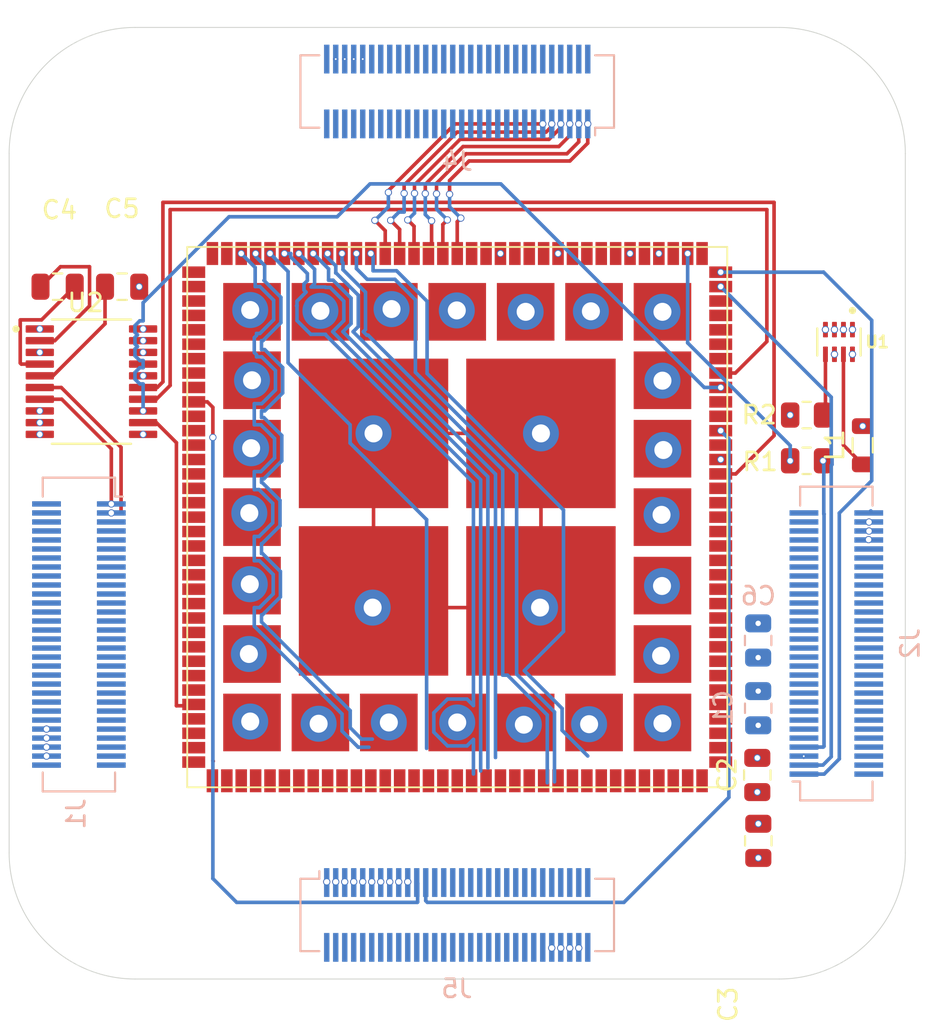
<source format=kicad_pcb>
(kicad_pcb (version 20241229) (generator "pcbnew") (generator_version "9.0")
  (layers (0 "F.Cu" signal) (4 "In1.Cu" signal) (6 "In2.Cu" signal) (8 "In3.Cu" signal) (10 "In4.Cu" signal) (2 "B.Cu" signal) (13 "F.Paste" user) (15 "B.Paste" user) (5 "F.SilkS" user "F.Silkscreen") (7 "B.SilkS" user "B.Silkscreen") (1 "F.Mask" user) (3 "B.Mask" user) (25 "Edge.Cuts" user))
  (net 0 "")
  (net 3 "+5V")
  (net 13 "+3.3V")
  (net 31 "Net-(U2-CAPM)")
  (net 41 "Net-(U2-CAPP)")
  (net 56 "Net-(U2-VNEG)")
  (net 57 "+3.7VBAT")
  (net 112 "/AUDIO_RIGHT")
  (net 113 "/AUDIO_LEFT")
  (net 114 "/USB_N")
  (net 115 "/USB_VBUS_DET")
  (net 116 "/USB_P")
  (net 117 "/SAI_BITCLOCK")
  (net 118 "Net-(MCM93_MOD1-Pad2)")
  (net 119 "/AUDIO_DATA_OUT")
  (net 120 "/AUDIO_FRAME_CLOCK")
  (net 121 "Net-(U1-VSET)")
  (net 122 "Net-(U1-SW)")
  (net 326 "GND")
  (net 327 "/CSI_D1_N")
  (net 328 "/CSI_CLK_N")
  (net 329 "/CSI_CLK_P")
  (net 330 "/CSI_D0_N")
  (net 331 "/CSI_D1_P")
  (net 332 "/CSI_D0_P")
  (net 333 "/I2C3_SCL")
  (net 334 "/DSI_CLK_P")
  (net 335 "/DSI_D3_N")
  (net 336 "/DSI_D2_P")
  (net 337 "/I2C3_SDA")
  (net 338 "/DSI_D0_N")
  (net 339 "/DSI_D3_P")
  (net 340 "/DSI_D1_N")
  (net 341 "/DSI_D1_P")
  (net 342 "/DSI_D2_N")
  (net 343 "/DSI_CLK_N")
  (net 344 "/DSI_D0_P")
  (footprint "MountingHole:MountingHole_2.2mm_M2" (layer "F.Cu") (at 172.72 116.84)
    (property "Reference" "REF**" (hide yes))
    (property "Value" "MountingHole_2.2mm_M2" (hide yes))
  )
  (footprint "Resistor_SMD:R_0805_2012Metric" (layer "F.Cu") (at 171.8075 91.62415)
    (property "Reference" "R1")
    (property "Value" "100Kohm")
  )
  (footprint "TPS62840:SON50P200X150X100-8N" (layer "F.Cu") (at 173.603912 85.026087 -90)
    (property "Reference" "U1")
    (property "Value" "TPS62840DLCR")
  )
  (footprint "LOGO" (layer "F.Cu") (at 165.5 71)
    (property "Reference" "G***" (hide yes))
    (property "Value" "LOGO" (hide yes))
  )
  (footprint "Inductor_SMD:L_0805_2012Metric" (layer "F.Cu") (at 174.92374 90.762079 90)
    (property "Reference" "L1")
    (property "Value" "2.2uH")
  )
  (footprint "MountingHole:MountingHole_2.2mm_M2" (layer "F.Cu") (at 172.72 71.12)
    (property "Reference" "REF**" (hide yes))
    (property "Value" "MountingHole_2.2mm_M2" (hide yes))
  )
  (footprint "PCM5102APWR:SOP65P640X120-20N" (layer "F.Cu") (at 132.08 87.230139)
    (property "Reference" "U2")
    (property "Value" "PCM5102APWR")
  )
  (footprint "MountingHole:MountingHole_2.2mm_M2" (layer "F.Cu") (at 132.08 71.12)
    (property "Reference" "REF**" (hide yes))
    (property "Value" "MountingHole_2.2mm_M2" (hide yes))
  )
  (footprint "Capacitor_SMD:C_0805_2012Metric" (layer "F.Cu") (at 130.200477 81.957219)
    (property "Reference" "C4")
    (property "Value" "2.2uF")
  )
  (footprint "LGA:LGA-140-080-30x30-iMX93" (layer "F.Cu") (at 152.4 94.75244)
    (property "Reference" "MCM93_MOD1" (hide yes))
    (property "Value" "MCM93_MOD" (hide yes))
  )
  (footprint "Capacitor_SMD:C_0805_2012Metric" (layer "F.Cu") (at 169.125 112.725 90)
    (property "Reference" "C3")
    (property "Value" "10uF")
  )
  (footprint "MountingHole:MountingHole_2.2mm_M2" (layer "F.Cu") (at 132.08 116.84)
    (property "Reference" "REF**" (hide yes))
    (property "Value" "MountingHole_2.2mm_M2" (hide yes))
  )
  (footprint "Capacitor_SMD:C_0805_2012Metric" (layer "F.Cu") (at 169.068693 109.068558 90)
    (property "Reference" "C2")
    (property "Value" "4.7uF")
  )
  (footprint "Resistor_SMD:R_0805_2012Metric" (layer "F.Cu") (at 171.8075 89.085009)
    (property "Reference" "R2")
    (property "Value" "267K")
  )
  (footprint "Capacitor_SMD:C_0805_2012Metric" (layer "F.Cu") (at 133.784141 81.957219)
    (property "Reference" "C5")
    (property "Value" "2.2uF")
  )
  (footprint "Capacitor_SMD:C_0805_2012Metric" (layer "B.Cu") (at 169.115906 101.6 90)
    (property "Reference" "C6")
    (property "Value" "22uF")
  )
  (footprint "Connector_Hirose:Hirose_DF12_DF12E3.0-60DP-0.5V_2x30_P0.50mm_Vertical" (layer "B.Cu") (at 152.4 116.84)
    (property "Reference" "J5")
    (property "Value" "Conn_2Rows-59Pins")
  )
  (footprint "Capacitor_SMD:C_0805_2012Metric" (layer "B.Cu") (at 169.118607 105.361699 -90)
    (property "Reference" "C1")
    (property "Value" "22uF")
  )
  (footprint "Connector_Hirose:Hirose_DF12_DF12E3.0-60DP-0.5V_2x30_P0.50mm_Vertical" (layer "B.Cu") (at 152.4 71.12 180)
    (property "Reference" "J4")
    (property "Value" "Conn_2Rows-59Pins")
  )
  (footprint "Connector_Hirose:Hirose_DF12_DF12E3.0-60DP-0.5V_2x30_P0.50mm_Vertical" (layer "B.Cu") (at 173.46 101.77 90)
    (property "Reference" "J2")
    (property "Value" "Conn_2Rows-59Pins")
  )
  (footprint "Connector_Hirose:Hirose_DF12_DF12E3.0-60DP-0.5V_2x30_P0.50mm_Vertical" (layer "B.Cu") (at 131.383729 101.27 -90)
    (property "Reference" "J1")
    (property "Value" "Conn_2Rows-59Pins")
  )
  (gr_arc (start 177.292 113.396) (mid 175.241747 118.345747) (end 170.292 120.396) (stroke (width 0.05)) (layer "Edge.Cuts"))
  (gr_arc (start 170.292 67.564) (mid 175.241747 69.614253) (end 177.292 74.564) (stroke (width 0.05)) (layer "Edge.Cuts"))
  (gr_line (start 177.292 74.564) (end 177.292 113.396) (stroke (width 0.05)) (layer "Edge.Cuts"))
  (gr_line (start 170.292 120.396) (end 134.508 120.396) (stroke (width 0.05)) (layer "Edge.Cuts"))
  (gr_arc (start 134.508 120.396) (mid 129.558253 118.345747) (end 127.508 113.396) (stroke (width 0.05)) (layer "Edge.Cuts"))
  (gr_arc (start 127.508 74.564) (mid 129.558253 69.614253) (end 134.508 67.564) (stroke (width 0.05)) (layer "Edge.Cuts"))
  (gr_line (start 127.508 113.396) (end 127.508 74.564) (stroke (width 0.05)) (layer "Edge.Cuts"))
  (gr_line (start 134.508 67.564) (end 170.292 67.564) (stroke (width 0.05)) (layer "Edge.Cuts"))
  (via blind (at 169.118607 104.411699) (size 0.4) (drill 0.3) (layers "F.Cu" "B.Cu") (net 3))
  (via blind (at 162 80.11544) (size 0.4) (drill 0.3) (layers "F.Cu" "B.Cu") (net 3))
  (via blind (at 154.8 80.11544) (size 0.4) (drill 0.3) (layers "F.Cu" "B.Cu") (net 3))
  (via blind (at 163.6 80.11544) (size 0.4) (drill 0.3) (layers "F.Cu" "B.Cu") (net 3))
  (via blind (at 157.65 118.675) (size 0.4) (drill 0.3) (layers "F.Cu" "B.Cu") (net 3))
  (via blind (at 173.853912 84.341087) (size 0.4) (drill 0.3) (layers "F.Cu" "B.Cu") (net 3))
  (via blind (at 147.15 69.32) (size 0.3) (drill 0.1) (layers "F.Cu" "B.Cu") (net 3))
  (via blind (at 173.353912 84.341087) (size 0.4) (drill 0.3) (layers "F.Cu" "B.Cu") (net 3))
  (via blind (at 129.583729 106.52) (size 0.4) (drill 0.3) (layers "F.Cu" "B.Cu") (net 3))
  (via blind (at 169.068693 110.018558) (size 0.4) (drill 0.3) (layers "F.Cu" "B.Cu") (net 3))
  (via blind (at 175.275 95.525) (size 0.4) (drill 0.3) (layers "F.Cu" "B.Cu") (net 3))
  (via blind (at 158 80.11544) (size 0.4) (drill 0.3) (layers "F.Cu" "B.Cu") (net 3))
  (via blind (at 129.583729 107.02) (size 0.4) (drill 0.3) (layers "F.Cu" "B.Cu") (net 13))
  (via blind (at 129.21 84.305139) (size 0.4) (drill 0.3) (layers "F.Cu" "B.Cu") (net 13))
  (via blind (at 169.125 113.675) (size 0.4) (drill 0.3) (layers "F.Cu" "B.Cu") (net 13))
  (via blind (at 129.21 88.855139) (size 0.4) (drill 0.3) (layers "F.Cu" "B.Cu") (net 13))
  (via blind (at 146.65 69.32) (size 0.3) (drill 0.1) (layers "F.Cu" "B.Cu") (net 13))
  (via blind (at 134.95 84.305139) (size 0.4) (drill 0.3) (layers "F.Cu" "B.Cu") (net 13))
  (via blind (at 174.92374 89.699579) (size 0.4) (drill 0.3) (layers "F.Cu" "B.Cu") (net 13))
  (via blind (at 174.353912 85.711087) (size 0.4) (drill 0.3) (layers "F.Cu" "B.Cu") (net 13))
  (via blind (at 158.15 118.675) (size 0.4) (drill 0.3) (layers "F.Cu" "B.Cu") (net 13))
  (segment (start 128.134861 83.799139) (end 128.124 83.81) (width 0.2) (layer "F.Cu") (net 31))
  (segment (start 131.150477 81.957219) (end 129.308557 83.799139) (width 0.2) (layer "F.Cu") (net 31))
  (segment (start 128.124 83.81) (end 128.124 86.194217) (width 0.2) (layer "F.Cu") (net 31))
  (segment (start 128.124 86.194217) (end 128.184922 86.255139) (width 0.2) (layer "F.Cu") (net 31))
  (segment (start 129.308557 83.799139) (end 128.134861 83.799139) (width 0.2) (layer "F.Cu") (net 31))
  (segment (start 128.184922 86.255139) (end 129.21 86.255139) (width 0.2) (layer "F.Cu") (net 31))
  (segment (start 130.044861 84.955139) (end 129.21 84.955139) (width 0.2) (layer "F.Cu") (net 41))
  (segment (start 131.975 83.025) (end 130.044861 84.955139) (width 0.2) (layer "F.Cu") (net 41))
  (segment (start 131.975 80.85) (end 131.975 83.025) (width 0.2) (layer "F.Cu") (net 41))
  (segment (start 130.357696 80.85) (end 131.975 80.85) (width 0.2) (layer "F.Cu") (net 41))
  (segment (start 129.250477 81.957219) (end 130.357696 80.85) (width 0.2) (layer "F.Cu") (net 41))
  (segment (start 132.834141 84.018076) (end 129.947078 86.905139) (width 0.2) (layer "F.Cu") (net 56))
  (segment (start 129.947078 86.905139) (end 129.21 86.905139) (width 0.2) (layer "F.Cu") (net 56))
  (segment (start 132.834141 81.957219) (end 132.834141 84.018076) (width 0.2) (layer "F.Cu") (net 56))
  (via blind (at 129.583729 107.52) (size 0.4) (drill 0.3) (layers "F.Cu" "B.Cu") (net 57))
  (via blind (at 146.15 69.32) (size 0.3) (drill 0.1) (layers "F.Cu" "B.Cu") (net 57))
  (via blind (at 175.25 96) (size 0.4) (drill 0.3) (layers "F.Cu" "B.Cu") (net 57))
  (via blind (at 158.65 118.675) (size 0.4) (drill 0.3) (layers "F.Cu" "B.Cu") (net 57))
  (via blind (at 169.115906 102.55) (size 0.4) (drill 0.3) (layers "F.Cu" "B.Cu") (net 57))
  (segment (start 133.183729 90.958729) (end 130.430139 88.205139) (width 0.2) (layer "F.Cu") (net 112))
  (segment (start 133.183729 94.02) (end 133.183729 90.958729) (width 0.2) (layer "F.Cu") (net 112))
  (segment (start 130.430139 88.205139) (end 129.21 88.205139) (width 0.2) (layer "F.Cu") (net 112))
  (via (at 133.183729 94.02) (size 0.4) (drill 0.3) (layers "F.Cu" "B.Cu") (net 112))
  (segment (start 133.716271 94.52) (end 133.725 94.511271) (width 0.2) (layer "F.Cu") (net 113))
  (segment (start 133.725 90.875) (end 130.405139 87.555139) (width 0.2) (layer "F.Cu") (net 113))
  (segment (start 130.405139 87.555139) (end 129.21 87.555139) (width 0.2) (layer "F.Cu") (net 113))
  (segment (start 133.183729 94.52) (end 133.716271 94.52) (width 0.2) (layer "F.Cu") (net 113))
  (segment (start 133.725 94.511271) (end 133.725 90.875) (width 0.2) (layer "F.Cu") (net 113))
  (via (at 133.183729 94.52) (size 0.4) (drill 0.3) (layers "F.Cu" "B.Cu") (net 113))
  (via (at 167.037 81.15244) (size 0.4) (drill 0.3) (layers "F.Cu" "B.Cu") (net 114))
  (segment (start 172.74756 81.15244) (end 172.75 81.15) (width 0.2) (layer "B.Cu") (net 114))
  (segment (start 167.037 81.15244) (end 172.74756 81.15244) (width 0.2) (layer "B.Cu") (net 114))
  (segment (start 175.42474 92.72526) (end 173.625 94.525) (width 0.2) (layer "B.Cu") (net 114))
  (segment (start 173.625 94.525) (end 173.625 108.1741) (width 0.2) (layer "B.Cu") (net 114))
  (segment (start 172.7791 109.02) (end 171.66 109.02) (width 0.2) (layer "B.Cu") (net 114))
  (segment (start 175.26 94.52) (end 175.375 94.405) (width 0.2) (layer "B.Cu") (net 114))
  (segment (start 175.42474 83.82474) (end 175.42474 92.72526) (width 0.2) (layer "B.Cu") (net 114))
  (segment (start 173.625 108.1741) (end 172.7791 109.02) (width 0.2) (layer "B.Cu") (net 114))
  (segment (start 172.75 81.15) (end 175.42474 83.82474) (width 0.2) (layer "B.Cu") (net 114))
  (via (at 172.72 91.62415) (size 0.4) (drill 0.3) (layers "F.Cu" "B.Cu") (net 115))
  (segment (start 172.73 107.52) (end 171.66 107.52) (width 0.2) (layer "B.Cu") (net 115))
  (segment (start 172.761 94.573) (end 172.761 91.66515) (width 0.2) (layer "B.Cu") (net 115))
  (segment (start 172.775 94.575) (end 172.775 107.475) (width 0.2) (layer "B.Cu") (net 115))
  (segment (start 172.761 91.66515) (end 172.72 91.62415) (width 0.2) (layer "B.Cu") (net 115))
  (segment (start 172.773 94.573) (end 172.775 94.575) (width 0.2) (layer "B.Cu") (net 115))
  (segment (start 172.761 94.573) (end 172.773 94.573) (width 0.2) (layer "B.Cu") (net 115))
  (segment (start 172.775 107.475) (end 172.73 107.52) (width 0.2) (layer "B.Cu") (net 115))
  (via (at 167.037 81.95244) (size 0.4) (drill 0.3) (layers "F.Cu" "B.Cu") (net 116))
  (segment (start 173.175 91.877671) (end 173.175 108.057) (width 0.2) (layer "B.Cu") (net 116))
  (segment (start 173.175 108.057) (end 172.712 108.52) (width 0.2) (layer "B.Cu") (net 116))
  (segment (start 173.175 88.09044) (end 173.175 91.370629) (width 0.2) (layer "B.Cu") (net 116))
  (segment (start 173.221 91.416629) (end 173.221 91.831671) (width 0.2) (layer "B.Cu") (net 116))
  (segment (start 172.712 108.52) (end 171.66 108.52) (width 0.2) (layer "B.Cu") (net 116))
  (segment (start 173.175 91.370629) (end 173.221 91.416629) (width 0.2) (layer "B.Cu") (net 116))
  (segment (start 167.037 81.95244) (end 173.175 88.09044) (width 0.2) (layer "B.Cu") (net 116))
  (segment (start 173.221 91.831671) (end 173.175 91.877671) (width 0.2) (layer "B.Cu") (net 116))
  (via (at 167.037 87.55244) (size 0.4) (drill 0.3) (layers "F.Cu" "B.Cu") (net 117))
  (via (at 134.95 88.855139) (size 0.4) (drill 0.3) (layers "F.Cu" "B.Cu") (net 117))
  (segment (start 167.037 87.55244) (end 166.12256 87.55244) (width 0.2) (layer "B.Cu") (net 117))
  (segment (start 134.95 86.454139) (end 134.763189 86.454139) (width 0.2) (layer "B.Cu") (net 117))
  (segment (start 134.763189 83.854139) (end 134.499 84.118328) (width 0.2) (layer "B.Cu") (net 117))
  (segment (start 147.555139 76.25) (end 145.730139 78.075) (width 0.2) (layer "B.Cu") (net 117))
  (segment (start 134.499 86.718328) (end 134.499 87.09195) (width 0.2) (layer "B.Cu") (net 117))
  (segment (start 154.82012 76.25) (end 147.555139 76.25) (width 0.2) (layer "B.Cu") (net 117))
  (segment (start 145.730139 78.075) (end 139.725 78.075) (width 0.2) (layer "B.Cu") (net 117))
  (segment (start 134.499 84.49195) (end 134.637189 84.630139) (width 0.2) (layer "B.Cu") (net 117))
  (segment (start 134.499 84.118328) (end 134.499 84.49195) (width 0.2) (layer "B.Cu") (net 117))
  (segment (start 134.499 85.418328) (end 134.499 85.79195) (width 0.2) (layer "B.Cu") (net 117))
  (segment (start 134.637189 84.630139) (end 134.499 84.768328) (width 0.2) (layer "B.Cu") (net 117))
  (segment (start 134.763189 86.056139) (end 134.95 86.056139) (width 0.2) (layer "B.Cu") (net 117))
  (segment (start 134.499 87.09195) (end 134.763189 87.356139) (width 0.2) (layer "B.Cu") (net 117))
  (segment (start 134.763189 86.454139) (end 134.499 86.718328) (width 0.2) (layer "B.Cu") (net 117))
  (segment (start 134.499 84.768328) (end 134.499 85.14195) (width 0.2) (layer "B.Cu") (net 117))
  (segment (start 134.95 87.356139) (end 134.95 88.855139) (width 0.2) (layer "B.Cu") (net 117))
  (segment (start 134.763189 87.356139) (end 134.95 87.356139) (width 0.2) (layer "B.Cu") (net 117))
  (segment (start 139.725 78.075) (end 134.95 82.85) (width 0.2) (layer "B.Cu") (net 117))
  (segment (start 134.637189 85.280139) (end 134.499 85.418328) (width 0.2) (layer "B.Cu") (net 117))
  (segment (start 134.499 85.14195) (end 134.637189 85.280139) (width 0.2) (layer "B.Cu") (net 117))
  (segment (start 134.95 83.854139) (end 134.763189 83.854139) (width 0.2) (layer "B.Cu") (net 117))
  (segment (start 134.95 86.056139) (end 134.95 86.454139) (width 0.2) (layer "B.Cu") (net 117))
  (segment (start 134.499 85.79195) (end 134.763189 86.056139) (width 0.2) (layer "B.Cu") (net 117))
  (segment (start 166.12256 87.55244) (end 154.82012 76.25) (width 0.2) (layer "B.Cu") (net 117))
  (segment (start 134.95 82.85) (end 134.95 83.854139) (width 0.2) (layer "B.Cu") (net 117))
  (via (at 165.2 80.11544) (size 0.4) (drill 0.3) (layers "F.Cu" "B.Cu") (net 118))
  (via (at 170.895 91.62415) (size 0.4) (drill 0.3) (layers "F.Cu" "B.Cu") (net 118))
  (segment (start 170.895 90.772629) (end 165.2 85.077629) (width 0.2) (layer "B.Cu") (net 118))
  (segment (start 165.2 85.077629) (end 165.2 80.11544) (width 0.2) (layer "B.Cu") (net 118))
  (segment (start 170.895 91.62415) (end 170.895 90.772629) (width 0.2) (layer "B.Cu") (net 118))
  (segment (start 136.8 90.618061) (end 136.8 105.225) (width 0.2) (layer "F.Cu") (net 119))
  (segment (start 167.84756 86.75244) (end 167.037 86.75244) (width 0.2) (layer "F.Cu") (net 119))
  (segment (start 136.451 87.441217) (end 136.451 77.676) (width 0.2) (layer "F.Cu") (net 119))
  (segment (start 169.599 85.001) (end 167.84756 86.75244) (width 0.2) (layer "F.Cu") (net 119))
  (segment (start 136.8 105.225) (end 137.68944 105.225) (width 0.2) (layer "F.Cu") (net 119))
  (segment (start 135.687078 89.505139) (end 136.8 90.618061) (width 0.2) (layer "F.Cu") (net 119))
  (segment (start 136.451 77.676) (end 169.599 77.676) (width 0.2) (layer "F.Cu") (net 119))
  (segment (start 135.687078 88.205139) (end 136.451 87.441217) (width 0.2) (layer "F.Cu") (net 119))
  (segment (start 134.95 89.505139) (end 135.687078 89.505139) (width 0.2) (layer "F.Cu") (net 119))
  (segment (start 137.68944 105.225) (end 137.762 105.15244) (width 0.2) (layer "F.Cu") (net 119))
  (segment (start 169.599 77.676) (end 169.599 85.001) (width 0.2) (layer "F.Cu") (net 119))
  (segment (start 134.95 88.205139) (end 135.687078 88.205139) (width 0.2) (layer "F.Cu") (net 119))
  (segment (start 170 77.275) (end 170 90.22694) (width 0.2) (layer "F.Cu") (net 120))
  (segment (start 135.734999 87.555139) (end 136.05 87.240138) (width 0.2) (layer "F.Cu") (net 120))
  (segment (start 170 90.22694) (end 167.8745 92.35244) (width 0.2) (layer "F.Cu") (net 120))
  (segment (start 136.05 87.240138) (end 136.05 77.275) (width 0.2) (layer "F.Cu") (net 120))
  (segment (start 136.05 77.275) (end 170 77.275) (width 0.2) (layer "F.Cu") (net 120))
  (segment (start 167.8745 92.35244) (end 167.037 92.35244) (width 0.2) (layer "F.Cu") (net 120))
  (segment (start 134.95 87.555139) (end 135.734999 87.555139) (width 0.2) (layer "F.Cu") (net 120))
  (segment (start 172.853912 85.711087) (end 172.853912 88.951097) (width 0.2) (layer "F.Cu") (net 121))
  (segment (start 172.853912 88.951097) (end 172.72 89.085009) (width 0.2) (layer "F.Cu") (net 121))
  (segment (start 174.92374 91.824579) (end 173.853912 90.754751) (width 0.2) (layer "F.Cu") (net 122))
  (segment (start 173.853912 90.754751) (end 173.853912 85.711087) (width 0.2) (layer "F.Cu") (net 122))
  (segment (start 157.05 90.10244) (end 157.05 99.725) (width 0.2) (layer "F.Cu") (net 326))
  (segment (start 140.825 106.025) (end 140.9 106.1) (width 0.2) (layer "F.Cu") (net 326))
  (segment (start 147.75 99.725) (end 147.75 90.10244) (width 0.2) (layer "F.Cu") (net 326))
  (segment (start 163.8 98.6) (end 163.775 98.575) (width 0.2) (layer "F.Cu") (net 326))
  (segment (start 163.8 102.525) (end 163.725 102.45) (width 0.2) (layer "F.Cu") (net 326))
  (segment (start 148.825 83.275) (end 148.75 83.2) (width 0.2) (layer "F.Cu") (net 326))
  (segment (start 141 94.375) (end 140.85 94.525) (width 0.2) (layer "F.Cu") (net 326))
  (segment (start 147.7 99.775) (end 147.75 99.725) (width 0.2) (layer "F.Cu") (net 326))
  (segment (start 157 99.775) (end 147.7 99.775) (width 0.2) (layer "F.Cu") (net 326))
  (segment (start 152.45244 83.35244) (end 152.375 83.275) (width 0.2) (layer "F.Cu") (net 326))
  (segment (start 163.8 91.075) (end 163.85 91.025) (width 0.2) (layer "F.Cu") (net 326))
  (segment (start 141 98.35) (end 140.875 98.475) (width 0.2) (layer "F.Cu") (net 326))
  (segment (start 141 90.875) (end 140.95 90.925) (width 0.2) (layer "F.Cu") (net 326))
  (segment (start 159.825 83.325) (end 159.79756 83.35244) (width 0.2) (layer "F.Cu") (net 326))
  (segment (start 144.8 87.15244) (end 147.75 90.10244) (width 0.2) (layer "F.Cu") (net 326))
  (segment (start 157.05 99.725) (end 157 99.775) (width 0.2) (layer "F.Cu") (net 326))
  (segment (start 159.62988 106.15244) (end 159.725 106.24756) (width 0.2) (layer "F.Cu") (net 326))
  (segment (start 147.75 90.10244) (end 157.05 90.10244) (width 0.2) (layer "F.Cu") (net 326))
  (segment (start 141 102.175) (end 140.825 102.35) (width 0.2) (layer "F.Cu") (net 326))
  (segment (start 140.9 83.25244) (end 141 83.35244) (width 0.2) (layer "F.Cu") (net 326))
  (via blind (at 173.353912 85.711087) (size 0.4) (drill 0.3) (layers "F.Cu" "B.Cu") (net 326))
  (via blind (at 140.95 90.925) (size 2) (drill 1) (layers "F.Cu" "B.Cu") (net 326))
  (via blind (at 140.9 106.1) (size 2) (drill 1) (layers "F.Cu" "B.Cu") (net 326))
  (via blind (at 129.583729 108.02) (size 0.4) (drill 0.3) (layers "F.Cu" "B.Cu") (net 326))
  (via blind (at 163.75 94.625) (size 2) (drill 1) (layers "F.Cu" "B.Cu") (net 326))
  (via blind (at 152.4 106.15244) (size 2) (drill 1) (layers "F.Cu" "B.Cu") (net 326))
  (via blind (at 174.353912 84.341087) (size 0.4) (drill 0.3) (layers "F.Cu" "B.Cu") (net 326))
  (via blind (at 148.75 83.2) (size 2) (drill 1) (layers "F.Cu" "B.Cu") (net 326))
  (via blind (at 169.118607 106.311699) (size 0.4) (drill 0.3) (layers "F.Cu" "B.Cu") (net 326))
  (via blind (at 167.037 91.55244) (size 0.4) (drill 0.3) (layers "F.Cu" "B.Cu") (net 326))
  (via blind (at 169.115906 100.65) (size 0.4) (drill 0.3) (layers "F.Cu" "B.Cu") (net 326))
  (via blind (at 134.734141 81.957219) (size 0.4) (drill 0.3) (layers "F.Cu" "B.Cu") (net 326))
  (via blind (at 134.95 85.605139) (size 0.4) (drill 0.3) (layers "F.Cu" "B.Cu") (net 326))
  (via blind (at 157 99.775) (size 2) (drill 1) (layers "F.Cu" "B.Cu") (net 326))
  (via blind (at 159.725 106.24756) (size 2) (drill 1) (layers "F.Cu" "B.Cu") (net 326))
  (via blind (at 169.125 111.775) (size 0.4) (drill 0.3) (layers "F.Cu" "B.Cu") (net 326))
  (via blind (at 134.95 84.955139) (size 0.4) (drill 0.3) (layers "F.Cu" "B.Cu") (net 326))
  (via blind (at 140.875 98.475) (size 2) (drill 1) (layers "F.Cu" "B.Cu") (net 326))
  (via blind (at 163.725 102.45) (size 2) (drill 1) (layers "F.Cu" "B.Cu") (net 326))
  (via blind (at 129.21 85.605139) (size 0.4) (drill 0.3) (layers "F.Cu" "B.Cu") (net 326))
  (via blind (at 159.825 83.325) (size 2) (drill 1) (layers "F.Cu" "B.Cu") (net 326))
  (via blind (at 134.95 86.905139) (size 0.4) (drill 0.3) (layers "F.Cu" "B.Cu") (net 326))
  (via blind (at 140.85 94.525) (size 2) (drill 1) (layers "F.Cu" "B.Cu") (net 326))
  (via blind (at 144.7 106.22256) (size 2) (drill 1) (layers "F.Cu" "B.Cu") (net 326))
  (via blind (at 163.8 106.2) (size 2) (drill 1) (layers "F.Cu" "B.Cu") (net 326))
  (via blind (at 129.21 89.505139) (size 0.4) (drill 0.3) (layers "F.Cu" "B.Cu") (net 326))
  (via blind (at 140.825 102.35) (size 2) (drill 1) (layers "F.Cu" "B.Cu") (net 326))
  (via blind (at 152.375 83.275) (size 2) (drill 1) (layers "F.Cu" "B.Cu") (net 326))
  (via blind (at 141 87.15244) (size 2) (drill 1) (layers "F.Cu" "B.Cu") (net 326))
  (via blind (at 156.1 106.275) (size 2) (drill 1) (layers "F.Cu" "B.Cu") (net 326))
  (via blind (at 147.75 90.10244) (size 2) (drill 1) (layers "F.Cu" "B.Cu") (net 326))
  (via blind (at 145.65 69.32) (size 0.3) (drill 0.1) (layers "F.Cu" "B.Cu") (net 326))
  (via blind (at 159.15 118.675) (size 0.4) (drill 0.3) (layers "F.Cu" "B.Cu") (net 326))
  (via blind (at 163.775 98.575) (size 2) (drill 1) (layers "F.Cu" "B.Cu") (net 326))
  (via blind (at 163.8 87.175) (size 2) (drill 1) (layers "F.Cu" "B.Cu") (net 326))
  (via blind (at 163.8 83.35244) (size 2) (drill 1) (layers "F.Cu" "B.Cu") (net 326))
  (via blind (at 148.6 106.15244) (size 2) (drill 1) (layers "F.Cu" "B.Cu") (net 326))
  (via blind (at 169.068693 108.118558) (size 0.4) (drill 0.3) (layers "F.Cu" "B.Cu") (net 326))
  (via blind (at 156.2 83.35244) (size 2) (drill 1) (layers "F.Cu" "B.Cu") (net 326))
  (via blind (at 144.8 83.3) (size 2) (drill 1) (layers "F.Cu" "B.Cu") (net 326))
  (via blind (at 163.85 91.025) (size 2) (drill 1) (layers "F.Cu" "B.Cu") (net 326))
  (via blind (at 129.21 90.155139) (size 0.4) (drill 0.3) (layers "F.Cu" "B.Cu") (net 326))
  (via blind (at 140.9 83.25244) (size 2) (drill 1) (layers "F.Cu" "B.Cu") (net 326))
  (via blind (at 134.95 90.155139) (size 0.4) (drill 0.3) (layers "F.Cu" "B.Cu") (net 326))
  (via blind (at 175.275 95.025) (size 0.4) (drill 0.3) (layers "F.Cu" "B.Cu") (net 326))
  (via blind (at 147.7 99.775) (size 2) (drill 1) (layers "F.Cu" "B.Cu") (net 326))
  (via blind (at 172.853912 84.341087) (size 0.4) (drill 0.3) (layers "F.Cu" "B.Cu") (net 326))
  (via blind (at 170.895 89.085009) (size 0.4) (drill 0.3) (layers "F.Cu" "B.Cu") (net 326))
  (via blind (at 171.65 108.025) (size 0.3) (drill 0.1) (layers "F.Cu" "B.Cu") (net 326))
  (via blind (at 157.05 90.10244) (size 2) (drill 1) (layers "F.Cu" "B.Cu") (net 326))
  (segment (start 175.211 95.069) (end 175.26 95.02) (width 0.2) (layer "B.Cu") (net 326))
  (segment (start 149.2 78.775) (end 149.2 80.11544) (width 0.2) (layer "F.Cu") (net 327))
  (segment (start 157.65 72.92) (end 157.65 73.057811) (width 0.2) (layer "F.Cu") (net 327))
  (segment (start 157.65 73.057811) (end 157.332811 73.375) (width 0.2) (layer "F.Cu") (net 327))
  (segment (start 152.3921 73.375) (end 149.45 76.3171) (width 0.2) (layer "F.Cu") (net 327))
  (segment (start 157.332811 73.375) (end 152.3921 73.375) (width 0.2) (layer "F.Cu") (net 327))
  (segment (start 149.45 76.3171) (end 149.45 76.775) (width 0.2) (layer "F.Cu") (net 327))
  (segment (start 148.7 78.275) (end 149.2 78.775) (width 0.2) (layer "F.Cu") (net 327))
  (via (at 148.7 78.275) (size 0.4) (drill 0.3) (layers "F.Cu" "B.Cu") (net 327))
  (via (at 157.65 72.92) (size 0.4) (drill 0.3) (layers "F.Cu" "B.Cu") (net 327))
  (via (at 149.45 76.775) (size 0.4) (drill 0.3) (layers "F.Cu" "B.Cu") (net 327))
  (segment (start 149.45 77.812189) (end 149.162811 77.812189) (width 0.2) (layer "B.Cu") (net 327))
  (segment (start 149.45 76.775) (end 149.5 76.825) (width 0.2) (layer "B.Cu") (net 327))
  (segment (start 149.45 76.775) (end 149.45 77.812189) (width 0.2) (layer "B.Cu") (net 327))
  (segment (start 149.162811 77.812189) (end 148.7 78.275) (width 0.2) (layer "B.Cu") (net 327))
  (segment (start 151.975 76.0605) (end 151.975 76.825) (width 0.2) (layer "F.Cu") (net 328))
  (segment (start 153.0565 74.979) (end 151.975 76.0605) (width 0.2) (layer "F.Cu") (net 328))
  (segment (start 159.65 72.92) (end 159.65 73.9871) (width 0.2) (layer "F.Cu") (net 328))
  (segment (start 152.4 78.35) (end 152.4 80.11544) (width 0.2) (layer "F.Cu") (net 328))
  (segment (start 159.65 73.9871) (end 158.6581 74.979) (width 0.2) (layer "F.Cu") (net 328))
  (segment (start 152.6 78.15) (end 152.4 78.35) (width 0.2) (layer "F.Cu") (net 328))
  (segment (start 158.6581 74.979) (end 153.0565 74.979) (width 0.2) (layer "F.Cu") (net 328))
  (via (at 152.6 78.15) (size 0.4) (drill 0.3) (layers "F.Cu" "B.Cu") (net 328))
  (via (at 159.65 72.92) (size 0.4) (drill 0.3) (layers "F.Cu" "B.Cu") (net 328))
  (via (at 151.975 76.825) (size 0.4) (drill 0.3) (layers "F.Cu" "B.Cu") (net 328))
  (segment (start 151.975 76.825) (end 151.975 77.525) (width 0.2) (layer "B.Cu") (net 328))
  (segment (start 151.975 77.525) (end 152.6 78.15) (width 0.2) (layer "B.Cu") (net 328))
  (segment (start 151.6 78.5) (end 151.6 80.11544) (width 0.2) (layer "F.Cu") (net 329))
  (segment (start 159.15 73.92) (end 158.492 74.578) (width 0.2) (layer "F.Cu") (net 329))
  (segment (start 158.492 74.578) (end 152.8904 74.578) (width 0.2) (layer "F.Cu") (net 329))
  (segment (start 159.15 72.92) (end 159.15 73.92) (width 0.2) (layer "F.Cu") (net 329))
  (segment (start 152.8904 74.578) (end 151.25 76.2184) (width 0.2) (layer "F.Cu") (net 329))
  (segment (start 151.25 76.2184) (end 151.25 76.8) (width 0.2) (layer "F.Cu") (net 329))
  (segment (start 151.85 78.25) (end 151.6 78.5) (width 0.2) (layer "F.Cu") (net 329))
  (via (at 159.15 72.92) (size 0.4) (drill 0.3) (layers "F.Cu" "B.Cu") (net 329))
  (via (at 151.25 76.8) (size 0.4) (drill 0.3) (layers "F.Cu" "B.Cu") (net 329))
  (via (at 151.85 78.25) (size 0.4) (drill 0.3) (layers "F.Cu" "B.Cu") (net 329))
  (segment (start 151.25 76.8) (end 151.25 77.65) (width 0.2) (layer "B.Cu") (net 329))
  (segment (start 151.25 77.65) (end 151.85 78.25) (width 0.2) (layer "B.Cu") (net 329))
  (segment (start 150.975 78.3) (end 150.975 79.94044) (width 0.2) (layer "F.Cu") (net 330))
  (segment (start 150.625 76.2763) (end 150.625 76.78815) (width 0.2) (layer "F.Cu") (net 330))
  (segment (start 150.975 79.94044) (end 150.8 80.11544) (width 0.2) (layer "F.Cu") (net 330))
  (segment (start 158.65 72.92) (end 158.65 73.57) (width 0.2) (layer "F.Cu") (net 330))
  (segment (start 158.043 74.177) (end 152.7243 74.177) (width 0.2) (layer "F.Cu") (net 330))
  (segment (start 158.65 73.57) (end 158.043 74.177) (width 0.2) (layer "F.Cu") (net 330))
  (segment (start 152.7243 74.177) (end 150.625 76.2763) (width 0.2) (layer "F.Cu") (net 330))
  (via (at 150.975 78.3) (size 0.4) (drill 0.3) (layers "F.Cu" "B.Cu") (net 330))
  (via (at 158.65 72.92) (size 0.4) (drill 0.3) (layers "F.Cu" "B.Cu") (net 330))
  (via (at 150.625 76.78815) (size 0.4) (drill 0.3) (layers "F.Cu" "B.Cu") (net 330))
  (segment (start 150.625 76.78815) (end 150.625 77.95) (width 0.2) (layer "B.Cu") (net 330))
  (segment (start 150.625 77.95) (end 150.975 78.3) (width 0.2) (layer "B.Cu") (net 330))
  (segment (start 152.28 72.92) (end 148.575 76.625) (width 0.2) (layer "F.Cu") (net 331))
  (segment (start 148.4 78.85) (end 148.4 80.11544) (width 0.2) (layer "F.Cu") (net 331))
  (segment (start 157.15 72.92) (end 152.28 72.92) (width 0.2) (layer "F.Cu") (net 331))
  (segment (start 148.575 76.625) (end 148.575 76.725) (width 0.2) (layer "F.Cu") (net 331))
  (segment (start 147.825 78.275) (end 148.4 78.85) (width 0.2) (layer "F.Cu") (net 331))
  (via (at 148.575 76.725) (size 0.4) (drill 0.3) (layers "F.Cu" "B.Cu") (net 331))
  (via (at 147.825 78.275) (size 0.4) (drill 0.3) (layers "F.Cu" "B.Cu") (net 331))
  (via (at 157.15 72.92) (size 0.4) (drill 0.3) (layers "F.Cu" "B.Cu") (net 331))
  (segment (start 148.575 77.525) (end 147.825 78.275) (width 0.2) (layer "B.Cu") (net 331))
  (segment (start 148.575 77.425) (end 148.575 77.525) (width 0.2) (layer "B.Cu") (net 331))
  (segment (start 148.575 76.725) (end 148.575 77.425) (width 0.2) (layer "B.Cu") (net 331))
  (segment (start 150 78.6) (end 150 80.11544) (width 0.2) (layer "F.Cu") (net 332))
  (segment (start 152.5582 73.776) (end 157.498911 73.776) (width 0.2) (layer "F.Cu") (net 332))
  (segment (start 158.15 73.124911) (end 158.15 72.92) (width 0.2) (layer "F.Cu") (net 332))
  (segment (start 150.025 76.775) (end 150.025 76.3092) (width 0.2) (layer "F.Cu") (net 332))
  (segment (start 149.65 78.25) (end 150 78.6) (width 0.2) (layer "F.Cu") (net 332))
  (segment (start 150.025 76.3092) (end 152.5582 73.776) (width 0.2) (layer "F.Cu") (net 332))
  (segment (start 157.498911 73.776) (end 158.15 73.124911) (width 0.2) (layer "F.Cu") (net 332))
  (via (at 150.025 76.775) (size 0.4) (drill 0.3) (layers "F.Cu" "B.Cu") (net 332))
  (via (at 158.15 72.92) (size 0.4) (drill 0.3) (layers "F.Cu" "B.Cu") (net 332))
  (via (at 149.65 78.25) (size 0.4) (drill 0.3) (layers "F.Cu" "B.Cu") (net 332))
  (segment (start 150.025 77.875) (end 149.65 78.25) (width 0.2) (layer "B.Cu") (net 332))
  (segment (start 150.025 76.775) (end 150.025 77.875) (width 0.2) (layer "B.Cu") (net 332))
  (segment (start 138.825 88.65594) (end 138.825 90.25) (width 0.2) (layer "F.Cu") (net 333))
  (segment (start 138.825 90.25) (end 138.825 90.325) (width 0.2) (layer "F.Cu") (net 333))
  (segment (start 138.5215 88.35244) (end 138.825 88.65594) (width 0.2) (layer "F.Cu") (net 333))
  (segment (start 138.825 108.275) (end 138.85 108.3) (width 0.2) (layer "F.Cu") (net 333))
  (segment (start 137.762 88.35244) (end 138.5215 88.35244) (width 0.2) (layer "F.Cu") (net 333))
  (via (at 138.825 90.325) (size 0.4) (drill 0.3) (layers "F.Cu" "B.Cu") (net 333))
  (segment (start 150.184 116.141) (end 150.199 116.126) (width 0.2) (layer "B.Cu") (net 333))
  (segment (start 138.825 114.82) (end 140.146 116.141) (width 0.2) (layer "B.Cu") (net 333))
  (segment (start 150.199 116.126) (end 150.199 115.089) (width 0.2) (layer "B.Cu") (net 333))
  (segment (start 138.825 90.325) (end 138.825 114.82) (width 0.2) (layer "B.Cu") (net 333))
  (segment (start 150.199 115.089) (end 150.15 115.04) (width 0.2) (layer "B.Cu") (net 333))
  (segment (start 140.146 116.141) (end 150.184 116.141) (width 0.2) (layer "B.Cu") (net 333))
  (via (at 146.8 80.11544) (size 0.4) (drill 0.3) (layers "F.Cu" "B.Cu") (net 334))
  (via (at 145.65 115) (size 0.4) (drill 0.3) (layers "F.Cu" "B.Cu") (net 334))
  (segment (start 157.802 105.570008) (end 157.802 109.45) (width 0.2) (layer "B.Cu") (net 334))
  (segment (start 150.075 82.685108) (end 150.075 86.7079) (width 0.2) (layer "B.Cu") (net 334))
  (segment (start 146.8 80.95) (end 147.4 81.55) (width 0.2) (layer "B.Cu") (net 334))
  (segment (start 150.075 86.7079) (end 155.699 92.3319) (width 0.2) (layer "B.Cu") (net 334))
  (segment (start 148.939892 81.55) (end 150.075 82.685108) (width 0.2) (layer "B.Cu") (net 334))
  (segment (start 155.699 103.467008) (end 157.802 105.570008) (width 0.2) (layer "B.Cu") (net 334))
  (segment (start 147.4 81.55) (end 148.939892 81.55) (width 0.2) (layer "B.Cu") (net 334))
  (segment (start 146.8 80.11544) (end 146.8 80.95) (width 0.2) (layer "B.Cu") (net 334))
  (segment (start 155.699 92.3319) (end 155.699 103.467008) (width 0.2) (layer "B.Cu") (net 334))
  (via (at 149.15 115) (size 0.4) (drill 0.3) (layers "F.Cu" "B.Cu") (net 335))
  (via (at 141.2 80.11544) (size 0.4) (drill 0.3) (layers "F.Cu" "B.Cu") (net 335))
  (segment (start 141.526 96.773) (end 141.526 96.227) (width 0.2) (layer "B.Cu") (net 335))
  (segment (start 142.552 95.229992) (end 142.552 93.820008) (width 0.2) (layer "B.Cu") (net 335))
  (segment (start 142.702 87.857432) (end 142.702 86.447448) (width 0.2) (layer "B.Cu") (net 335))
  (segment (start 141.704992 85.45044) (end 141.526 85.45044) (width 0.2) (layer "B.Cu") (net 335))
  (segment (start 141.526 92.823) (end 141.526 92.627) (width 0.2) (layer "B.Cu") (net 335))
  (segment (start 146.45298 105.496452) (end 141.526 100.569472) (width 0.2) (layer "B.Cu") (net 335))
  (segment (start 147.682668 107.075) (end 147.084219 107.075) (width 0.2) (layer "B.Cu") (net 335))
  (segment (start 146.45298 106.440961) (end 146.45298 105.496452) (width 0.2) (layer "B.Cu") (net 335))
  (segment (start 141.526 84.95444) (end 141.604992 84.95444) (width 0.2) (layer "B.Cu") (net 335))
  (segment (start 141.526 89.223) (end 141.526 88.85444) (width 0.2) (layer "B.Cu") (net 335))
  (segment (start 141.2 80.279043) (end 141.2 80.11544) (width 0.2) (layer "B.Cu") (net 335))
  (segment (start 142.602 83.957432) (end 142.602 82.547448) (width 0.2) (layer "B.Cu") (net 335))
  (segment (start 141.526 85.45044) (end 141.526 84.95444) (width 0.2) (layer "B.Cu") (net 335))
  (segment (start 142.652 91.629992) (end 142.652 90.220008) (width 0.2) (layer "B.Cu") (net 335))
  (segment (start 141.654992 92.627) (end 142.652 91.629992) (width 0.2) (layer "B.Cu") (net 335))
  (segment (start 147.084219 107.075) (end 146.700758 106.691539) (width 0.2) (layer "B.Cu") (net 335))
  (segment (start 141.526 88.85444) (end 141.704992 88.85444) (width 0.2) (layer "B.Cu") (net 335))
  (segment (start 141.554992 92.823) (end 141.526 92.823) (width 0.2) (layer "B.Cu") (net 335))
  (segment (start 141.704992 88.85444) (end 142.702 87.857432) (width 0.2) (layer "B.Cu") (net 335))
  (segment (start 141.579992 96.773) (end 141.526 96.773) (width 0.2) (layer "B.Cu") (net 335))
  (segment (start 141.554992 96.227) (end 142.552 95.229992) (width 0.2) (layer "B.Cu") (net 335))
  (segment (start 141.526 96.227) (end 141.554992 96.227) (width 0.2) (layer "B.Cu") (net 335))
  (segment (start 141.526 100.569472) (end 141.526 100.177) (width 0.2) (layer "B.Cu") (net 335))
  (segment (start 141.700824 80.779867) (end 141.2 80.279043) (width 0.2) (layer "B.Cu") (net 335))
  (segment (start 141.526 100.177) (end 141.579992 100.177) (width 0.2) (layer "B.Cu") (net 335))
  (segment (start 142.602 82.547448) (end 141.664776 81.610224) (width 0.2) (layer "B.Cu") (net 335))
  (segment (start 141.526 92.627) (end 141.654992 92.627) (width 0.2) (layer "B.Cu") (net 335))
  (segment (start 141.654992 89.223) (end 141.526 89.223) (width 0.2) (layer "B.Cu") (net 335))
  (segment (start 141.700824 81.574176) (end 141.700824 80.779867) (width 0.2) (layer "B.Cu") (net 335))
  (segment (start 142.702 86.447448) (end 141.704992 85.45044) (width 0.2) (layer "B.Cu") (net 335))
  (segment (start 146.702158 106.690139) (end 146.45298 106.440961) (width 0.2) (layer "B.Cu") (net 335))
  (segment (start 141.604992 84.95444) (end 142.602 83.957432) (width 0.2) (layer "B.Cu") (net 335))
  (segment (start 141.664776 81.610224) (end 141.700824 81.574176) (width 0.2) (layer "B.Cu") (net 335))
  (segment (start 142.577 99.179992) (end 142.577 97.770008) (width 0.2) (layer "B.Cu") (net 335))
  (segment (start 141.579992 100.177) (end 142.577 99.179992) (width 0.2) (layer "B.Cu") (net 335))
  (segment (start 142.577 97.770008) (end 141.579992 96.773) (width 0.2) (layer "B.Cu") (net 335))
  (segment (start 142.552 93.820008) (end 141.554992 92.823) (width 0.2) (layer "B.Cu") (net 335))
  (segment (start 142.652 90.220008) (end 141.654992 89.223) (width 0.2) (layer "B.Cu") (net 335))
  (via (at 148.65 115) (size 0.4) (drill 0.3) (layers "F.Cu" "B.Cu") (net 336))
  (via (at 142 80.11544) (size 0.4) (drill 0.3) (layers "F.Cu" "B.Cu") (net 336))
  (segment (start 143.003 86.181348) (end 146.449 89.627348) (width 0.2) (layer "B.Cu") (net 336))
  (segment (start 143.003 81.11844) (end 143.003 86.181348) (width 0.2) (layer "B.Cu") (net 336))
  (segment (start 142 80.11544) (end 143.003 81.11844) (width 0.2) (layer "B.Cu") (net 336))
  (segment (start 146.449 90.641332) (end 150.698 94.890332) (width 0.2) (layer "B.Cu") (net 336))
  (segment (start 146.449 89.627348) (end 146.449 90.641332) (width 0.2) (layer "B.Cu") (net 336))
  (segment (start 150.698 94.890332) (end 150.698 107.593089) (width 0.2) (layer "B.Cu") (net 336))
  (via (at 167.037 89.95244) (size 0.4) (drill 0.3) (layers "F.Cu" "B.Cu") (net 337))
  (segment (start 150.65 116.05) (end 150.65 115.04) (width 0.2) (layer "B.Cu") (net 337))
  (segment (start 167.037 89.95244) (end 167.488 90.40344) (width 0.2) (layer "B.Cu") (net 337))
  (segment (start 161.659 116.141) (end 150.741 116.141) (width 0.2) (layer "B.Cu") (net 337))
  (segment (start 167.488 110.312) (end 161.659 116.141) (width 0.2) (layer "B.Cu") (net 337))
  (segment (start 150.741 116.141) (end 150.65 116.05) (width 0.2) (layer "B.Cu") (net 337))
  (segment (start 167.488 90.40344) (end 167.488 110.312) (width 0.2) (layer "B.Cu") (net 337))
  (via (at 146.15 115) (size 0.4) (drill 0.3) (layers "F.Cu" "B.Cu") (net 338))
  (via (at 146 80.11544) (size 0.4) (drill 0.3) (layers "F.Cu" "B.Cu") (net 338))
  (segment (start 146.054 81.012808) (end 146.054 80.63524) (width 0.2) (layer "B.Cu") (net 338))
  (segment (start 147.183746 84.457446) (end 147.304 84.337192) (width 0.2) (layer "B.Cu") (net 338))
  (segment (start 155.189892 103.525) (end 154.926 103.525) (width 0.2) (layer "B.Cu") (net 338))
  (segment (start 147.449 84.649) (end 147.3753 84.649) (width 0.2) (layer "B.Cu") (net 338))
  (segment (start 154.926 92.126) (end 147.449 84.649) (width 0.2) (layer "B.Cu") (net 338))
  (segment (start 147.304 84.337192) (end 147.304 82.262808) (width 0.2) (layer "B.Cu") (net 338))
  (segment (start 147.304 82.262808) (end 146.054 81.012808) (width 0.2) (layer "B.Cu") (net 338))
  (segment (start 147.3753 84.649) (end 147.183746 84.457446) (width 0.2) (layer "B.Cu") (net 338))
  (segment (start 157.401 109.499) (end 157.401 105.736108) (width 0.2) (layer "B.Cu") (net 338))
  (segment (start 146 80.58124) (end 146 80.11544) (width 0.2) (layer "B.Cu") (net 338))
  (segment (start 154.926 103.525) (end 154.926 92.126) (width 0.2) (layer "B.Cu") (net 338))
  (segment (start 146.054 80.63524) (end 146 80.58124) (width 0.2) (layer "B.Cu") (net 338))
  (segment (start 157.401 105.736108) (end 155.189892 103.525) (width 0.2) (layer "B.Cu") (net 338))
  (via (at 140.4 80.11544) (size 0.4) (drill 0.3) (layers "F.Cu" "B.Cu") (net 339))
  (via (at 149.65 115) (size 0.4) (drill 0.3) (layers "F.Cu" "B.Cu") (net 339))
  (segment (start 141.488892 92.226) (end 142.251 91.463892) (width 0.2) (layer "B.Cu") (net 339))
  (segment (start 142.251 91.463892) (end 142.251 90.386108) (width 0.2) (layer "B.Cu") (net 339))
  (segment (start 142.301 86.613548) (end 141.538892 85.85144) (width 0.2) (layer "B.Cu") (net 339))
  (segment (start 141.538892 85.85144) (end 141.25 85.85144) (width 0.2) (layer "B.Cu") (net 339))
  (segment (start 141.175 81.95144) (end 141.175 80.89044) (width 0.2) (layer "B.Cu") (net 339))
  (segment (start 141.125 84.78834) (end 141.25 84.66334) (width 0.2) (layer "B.Cu") (net 339))
  (segment (start 146.001 105.683668) (end 141.125 100.807668) (width 0.2) (layer "B.Cu") (net 339))
  (segment (start 141.125 89.624) (end 141.125 88.45344) (width 0.2) (layer "B.Cu") (net 339))
  (segment (start 141.125 88.45344) (end 141.538892 88.45344) (width 0.2) (layer "B.Cu") (net 339))
  (segment (start 142.251 90.386108) (end 141.488892 89.624) (width 0.2) (layer "B.Cu") (net 339))
  (segment (start 141.125 99.776) (end 141.413892 99.776) (width 0.2) (layer "B.Cu") (net 339))
  (segment (start 141.538892 88.45344) (end 142.301 87.691332) (width 0.2) (layer "B.Cu") (net 339))
  (segment (start 141.388892 93.224) (end 141.125 93.224) (width 0.2) (layer "B.Cu") (net 339))
  (segment (start 141.438892 81.95144) (end 141.175 81.95144) (width 0.2) (layer "B.Cu") (net 339))
  (segment (start 141.25 84.66334) (end 141.25 84.55344) (width 0.2) (layer "B.Cu") (net 339))
  (segment (start 141.413892 99.776) (end 142.176 99.013892) (width 0.2) (layer "B.Cu") (net 339))
  (segment (start 142.176 97.936108) (end 141.413892 97.174) (width 0.2) (layer "B.Cu") (net 339))
  (segment (start 141.125 97.174) (end 141.125 95.826) (width 0.2) (layer "B.Cu") (net 339))
  (segment (start 141.125 100.807668) (end 141.125 99.776) (width 0.2) (layer "B.Cu") (net 339))
  (segment (start 141.388892 95.826) (end 142.151 95.063892) (width 0.2) (layer "B.Cu") (net 339))
  (segment (start 141.438892 84.55344) (end 142.201 83.791332) (width 0.2) (layer "B.Cu") (net 339))
  (segment (start 142.201 83.791332) (end 142.201 82.713548) (width 0.2) (layer "B.Cu") (net 339))
  (segment (start 147.4963 107.525) (end 146.897823 107.525) (width 0.2) (layer "B.Cu") (net 339))
  (segment (start 142.151 93.986108) (end 141.388892 93.224) (width 0.2) (layer "B.Cu") (net 339))
  (segment (start 141.25 85.85144) (end 141.25 85.74154) (width 0.2) (layer "B.Cu") (net 339))
  (segment (start 141.125 93.224) (end 141.125 92.226) (width 0.2) (layer "B.Cu") (net 339))
  (segment (start 142.176 99.013892) (end 142.176 97.936108) (width 0.2) (layer "B.Cu") (net 339))
  (segment (start 142.201 82.713548) (end 141.438892 81.95144) (width 0.2) (layer "B.Cu") (net 339))
  (segment (start 141.25 85.74154) (end 141.125 85.61654) (width 0.2) (layer "B.Cu") (net 339))
  (segment (start 141.413892 97.174) (end 141.125 97.174) (width 0.2) (layer "B.Cu") (net 339))
  (segment (start 146.001 106.628177) (end 146.001 105.683668) (width 0.2) (layer "B.Cu") (net 339))
  (segment (start 146.897823 107.525) (end 146.001 106.628177) (width 0.2) (layer "B.Cu") (net 339))
  (segment (start 141.125 92.226) (end 141.488892 92.226) (width 0.2) (layer "B.Cu") (net 339))
  (segment (start 142.151 95.063892) (end 142.151 93.986108) (width 0.2) (layer "B.Cu") (net 339))
  (segment (start 142.301 87.691332) (end 142.301 86.613548) (width 0.2) (layer "B.Cu") (net 339))
  (segment (start 141.175 80.89044) (end 140.4 80.11544) (width 0.2) (layer "B.Cu") (net 339))
  (segment (start 141.25 84.55344) (end 141.438892 84.55344) (width 0.2) (layer "B.Cu") (net 339))
  (segment (start 141.125 85.61654) (end 141.125 84.78834) (width 0.2) (layer "B.Cu") (net 339))
  (segment (start 141.125 95.826) (end 141.388892 95.826) (width 0.2) (layer "B.Cu") (net 339))
  (segment (start 141.488892 89.624) (end 141.125 89.624) (width 0.2) (layer "B.Cu") (net 339))
  (via (at 147.15 115) (size 0.4) (drill 0.3) (layers "F.Cu" "B.Cu") (net 340))
  (via (at 144.4 80.11544) (size 0.4) (drill 0.3) (layers "F.Cu" "B.Cu") (net 340))
  (segment (start 146.049546 84.457446) (end 146.502 84.004992) (width 0.2) (layer "B.Cu") (net 340))
  (segment (start 154.102 108.680348) (end 154.102 92.5099) (width 0.2) (layer "B.Cu") (net 340))
  (segment (start 154.102 92.5099) (end 146.049546 84.457446) (width 0.2) (layer "B.Cu") (net 340))
  (segment (start 145.504992 81.598) (end 145.252 81.598) (width 0.2) (layer "B.Cu") (net 340))
  (segment (start 145.252 81.598) (end 145.252 80.96744) (width 0.2) (layer "B.Cu") (net 340))
  (segment (start 145.252 80.96744) (end 144.4 80.11544) (width 0.2) (layer "B.Cu") (net 340))
  (segment (start 146.502 84.004992) (end 146.502 82.595008) (width 0.2) (layer "B.Cu") (net 340))
  (segment (start 146.502 82.595008) (end 145.504992 81.598) (width 0.2) (layer "B.Cu") (net 340))
  (via (at 143.6 80.11544) (size 0.4) (drill 0.3) (layers "F.Cu" "B.Cu") (net 341))
  (via (at 147.65 115) (size 0.4) (drill 0.3) (layers "F.Cu" "B.Cu") (net 341))
  (segment (start 145.0859 81.999) (end 145.338892 81.999) (width 0.2) (layer "B.Cu") (net 341))
  (segment (start 145.482446 84.457446) (end 153.701 92.676) (width 0.2) (layer "B.Cu") (net 341))
  (segment (start 153.701 92.676) (end 153.701 108.846448) (width 0.2) (layer "B.Cu") (net 341))
  (segment (start 146.101 83.838892) (end 145.482446 84.457446) (width 0.2) (layer "B.Cu") (net 341))
  (segment (start 144.285108 81.975) (end 145.0619 81.975) (width 0.2) (layer "B.Cu") (net 341))
  (segment (start 143.6 80.11544) (end 144.475 80.99044) (width 0.2) (layer "B.Cu") (net 341))
  (segment (start 144.475 81.785108) (end 144.285108 81.975) (width 0.2) (layer "B.Cu") (net 341))
  (segment (start 145.338892 81.999) (end 146.101 82.761108) (width 0.2) (layer "B.Cu") (net 341))
  (segment (start 146.101 82.761108) (end 146.101 83.838892) (width 0.2) (layer "B.Cu") (net 341))
  (segment (start 144.475 80.99044) (end 144.475 81.785108) (width 0.2) (layer "B.Cu") (net 341))
  (segment (start 145.0619 81.975) (end 145.0859 81.999) (width 0.2) (layer "B.Cu") (net 341))
  (via (at 142.8 80.11544) (size 0.4) (drill 0.3) (layers "F.Cu" "B.Cu") (net 342))
  (via (at 148.15 115) (size 0.4) (drill 0.3) (layers "F.Cu" "B.Cu") (net 342))
  (segment (start 144.074 81.227251) (end 143.149 80.302251) (width 0.2) (layer "B.Cu") (net 342))
  (segment (start 143.499 82.996008) (end 143.499 82.761108) (width 0.2) (layer "B.Cu") (net 342))
  (segment (start 143.499 82.761108) (end 144.001558 82.25855) (width 0.2) (layer "B.Cu") (net 342))
  (segment (start 151.861108 107.45344) (end 151.099 106.691332) (width 0.2) (layer "B.Cu") (net 342))
  (segment (start 153.3 105.212548) (end 153.3 92.8421) (width 0.2) (layer "B.Cu") (net 342))
  (segment (start 152.938892 104.85144) (end 153.3 105.212548) (width 0.2) (layer "B.Cu") (net 342))
  (segment (start 152.938892 107.45344) (end 151.861108 107.45344) (width 0.2) (layer "B.Cu") (net 342))
  (segment (start 143.884108 81.8089) (end 144.074 81.619008) (width 0.2) (layer "B.Cu") (net 342))
  (segment (start 151.099 105.613548) (end 151.861108 104.85144) (width 0.2) (layer "B.Cu") (net 342))
  (segment (start 153.3 107.092332) (end 152.938892 107.45344) (width 0.2) (layer "B.Cu") (net 342))
  (segment (start 143.149 80.302251) (end 143.149 80.11544) (width 0.2) (layer "B.Cu") (net 342))
  (segment (start 143.884108 82.1411) (end 143.884108 81.8089) (width 0.2) (layer "B.Cu") (net 342))
  (segment (start 153.3 92.8421) (end 145.081446 84.623546) (width 0.2) (layer "B.Cu") (net 342))
  (segment (start 143.149 80.11544) (end 142.8 80.11544) (width 0.2) (layer "B.Cu") (net 342))
  (segment (start 143.499 83.018554) (end 143.476454 83.018554) (width 0.2) (layer "B.Cu") (net 342))
  (segment (start 151.099 106.691332) (end 151.099 105.613548) (width 0.2) (layer "B.Cu") (net 342))
  (segment (start 144.074 81.619008) (end 144.074 81.227251) (width 0.2) (layer "B.Cu") (net 342))
  (segment (start 143.499 83.838892) (end 143.499 83.018554) (width 0.2) (layer "B.Cu") (net 342))
  (segment (start 151.861108 104.85144) (end 152.938892 104.85144) (width 0.2) (layer "B.Cu") (net 342))
  (segment (start 153.3 109.012548) (end 153.3 107.092332) (width 0.2) (layer "B.Cu") (net 342))
  (segment (start 143.476454 83.018554) (end 143.499 82.996008) (width 0.2) (layer "B.Cu") (net 342))
  (segment (start 144.261108 84.601) (end 143.499 83.838892) (width 0.2) (layer "B.Cu") (net 342))
  (segment (start 145.081446 84.601) (end 144.261108 84.601) (width 0.2) (layer "B.Cu") (net 342))
  (segment (start 144.001558 82.25855) (end 143.884108 82.1411) (width 0.2) (layer "B.Cu") (net 342))
  (segment (start 145.081446 84.623546) (end 145.081446 84.601) (width 0.2) (layer "B.Cu") (net 342))
  (via (at 147.6 80.11544) (size 0.4) (drill 0.3) (layers "F.Cu" "B.Cu") (net 343))
  (via (at 145.15 115) (size 0.4) (drill 0.3) (layers "F.Cu" "B.Cu") (net 343))
  (segment (start 158.301 94.351) (end 150.725 86.775) (width 0.2) (layer "B.Cu") (net 343))
  (segment (start 147.725 80.24044) (end 147.6 80.11544) (width 0.2) (layer "B.Cu") (net 343))
  (segment (start 159.65 108.012452) (end 158.225 106.587452) (width 0.2) (layer "B.Cu") (net 343))
  (segment (start 156.125 103.275) (end 158.301 101.099) (width 0.2) (layer "B.Cu") (net 343))
  (segment (start 158.301 101.099) (end 158.301 94.351) (width 0.2) (layer "B.Cu") (net 343))
  (segment (start 158.225 105.375) (end 156.125 103.275) (width 0.2) (layer "B.Cu") (net 343))
  (segment (start 149.031992 81.075) (end 147.725 81.075) (width 0.2) (layer "B.Cu") (net 343))
  (segment (start 150.725 86.775) (end 150.725 82.768008) (width 0.2) (layer "B.Cu") (net 343))
  (segment (start 158.225 106.587452) (end 158.225 105.375) (width 0.2) (layer "B.Cu") (net 343))
  (segment (start 147.725 81.075) (end 147.725 80.24044) (width 0.2) (layer "B.Cu") (net 343))
  (segment (start 150.725 82.768008) (end 149.031992 81.075) (width 0.2) (layer "B.Cu") (net 343))
  (via (at 146.65 115) (size 0.4) (drill 0.3) (layers "F.Cu" "B.Cu") (net 344))
  (via (at 145.2 80.11544) (size 0.4) (drill 0.3) (layers "F.Cu" "B.Cu") (net 344))
  (segment (start 145.653 81.197) (end 145.671092 81.197) (width 0.2) (layer "B.Cu") (net 344))
  (segment (start 146.616646 84.457446) (end 154.525 92.3658) (width 0.2) (layer "B.Cu") (net 344))
  (segment (start 146.903 82.428908) (end 146.903 84.171092) (width 0.2) (layer "B.Cu") (net 344))
  (segment (start 145.08355 80.23189) (end 145.653 80.80134) (width 0.2) (layer "B.Cu") (net 344))
  (segment (start 145.2 80.11544) (end 145.08355 80.23189) (width 0.2) (layer "B.Cu") (net 344))
  (segment (start 145.653 80.80134) (end 145.653 81.197) (width 0.2) (layer "B.Cu") (net 344))
  (segment (start 154.525 92.3658) (end 154.525 108.1) (width 0.2) (layer "B.Cu") (net 344))
  (segment (start 145.671092 81.197) (end 146.903 82.428908) (width 0.2) (layer "B.Cu") (net 344))
  (segment (start 146.903 84.171092) (end 146.616646 84.457446) (width 0.2) (layer "B.Cu") (net 344))
)
</source>
